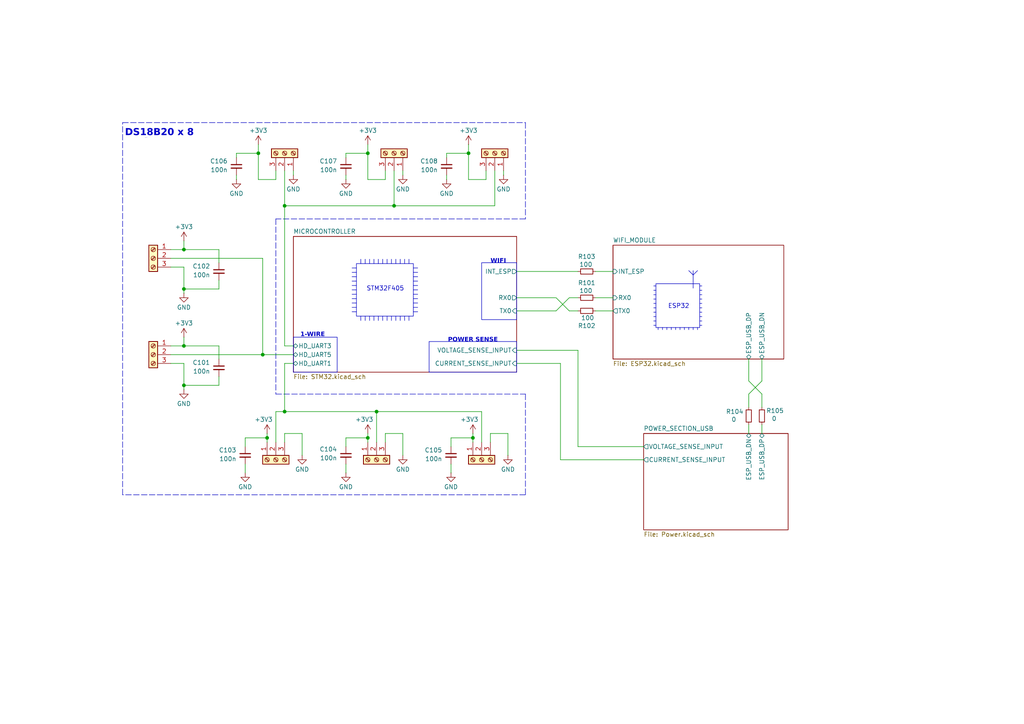
<source format=kicad_sch>
(kicad_sch (version 20231120) (generator "eeschema") (generator_version "8.0")
  (paper "A4")
  (lib_symbols
    (symbol "Connector:Screw_Terminal_01x03" (pin_names (offset 1.016) hide)
      (property "Reference" "J" (at 0 5.08 0))
      (property "Value" "Screw_Terminal_01x03" (at 0 -5.08 0))
      (symbol "Screw_Terminal_01x03_1_1"
        (rectangle (start -1.27 3.81) (end 1.27 -3.81) (stroke (width 0.254)) (fill (type background)))
        (circle (center 0 -2.54) (radius 0.635) (stroke (width 0.1524)))
        (polyline (pts (xy -0.5334 -2.2098) (xy 0.3302 -3.048)) (stroke (width 0.1524)))
        (polyline (pts (xy -0.5334 0.3302) (xy 0.3302 -0.508)) (stroke (width 0.1524)))
        (polyline (pts (xy -0.5334 2.8702) (xy 0.3302 2.032)) (stroke (width 0.1524)))
        (polyline (pts (xy -0.3556 -2.032) (xy 0.508 -2.8702)) (stroke (width 0.1524)))
        (polyline (pts (xy -0.3556 0.508) (xy 0.508 -0.3302)) (stroke (width 0.1524)))
        (polyline (pts (xy -0.3556 3.048) (xy 0.508 2.2098)) (stroke (width 0.1524)))
        (circle (center 0 0) (radius 0.635) (stroke (width 0.1524)))
        (circle (center 0 2.54) (radius 0.635) (stroke (width 0.1524)))
        (pin passive line (at -5.08 2.54 0) (length 3.81) (name "Pin_1") (number "1"))
        (pin passive line (at -5.08 0 0) (length 3.81) (name "Pin_2") (number "2"))
        (pin passive line (at -5.08 -2.54 0) (length 3.81) (name "Pin_3") (number "3"))
      )
    )
    (symbol "Device:C_Small" (pin_numbers hide) (pin_names (offset 0.254) hide)
      (property "Reference" "C" (at 0.254 1.778 0))
      (property "Value" "C_Small" (at 0.254 -2.032 0))
      (symbol "C_Small_0_1"
        (polyline (pts (xy -1.524 -0.508) (xy 1.524 -0.508)) (stroke (width 0.3302)))
        (polyline (pts (xy -1.524 0.508) (xy 1.524 0.508)) (stroke (width 0.3048)))
      )
      (symbol "C_Small_1_1"
        (pin passive line (at 0 2.54 270) (length 2.032) (name "~") (number "1"))
        (pin passive line (at 0 -2.54 90) (length 2.032) (name "~") (number "2"))
      )
    )
    (symbol "Device:R_Small" (pin_numbers hide) (pin_names (offset 0.254) hide)
      (property "Reference" "R" (at 0.762 0.508 0))
      (property "Value" "R_Small" (at 0.762 -1.016 0))
      (symbol "R_Small_0_1"
        (rectangle (start -0.762 1.778) (end 0.762 -1.778) (stroke (width 0.2032)))
      )
      (symbol "R_Small_1_1"
        (pin passive line (at 0 2.54 270) (length 0.762) (name "~") (number "1"))
        (pin passive line (at 0 -2.54 90) (length 0.762) (name "~") (number "2"))
      )
    )
    (symbol "power:+3V3" (power) (pin_numbers hide) (pin_names (offset 0) hide)
      (property "Value" "+3V3" (at 0 3.556 0))
      (symbol "+3V3_0_1"
        (polyline (pts (xy -0.762 1.27) (xy 0 2.54)))
        (polyline (pts (xy 0 0) (xy 0 2.54)))
        (polyline (pts (xy 0 2.54) (xy 0.762 1.27)))
      )
      (symbol "+3V3_1_1"
        (pin power_in line (at 0 0 90) (length 0) (name "~") (number "1"))
      )
    )
    (symbol "power:GND" (power) (pin_numbers hide) (pin_names (offset 0) hide)
      (property "Value" "GND" (at 0 -3.81 0))
      (symbol "GND_0_1"
        (polyline (pts (xy 0 0) (xy 0 -1.27) (xy 1.27 -1.27) (xy 0 -2.54) (xy -1.27 -1.27) (xy 0 -1.27)))
      )
      (symbol "GND_1_1"
        (pin power_in line (at 0 0 270) (length 0) (name "~") (number "1"))
      )
    )
  )
  (junction (at 74.93 44.45))
  (junction (at 53.34 100.33))
  (junction (at 106.68 44.45))
  (junction (at 82.55 59.69))
  (junction (at 137.16 127))
  (junction (at 82.55 119.38))
  (junction (at 77.47 127))
  (junction (at 114.3 59.69))
  (junction (at 53.34 72.39))
  (junction (at 76.2 102.87))
  (junction (at 106.68 127))
  (junction (at 53.34 83.82))
  (junction (at 53.34 111.76))
  (junction (at 135.89 44.45))
  (junction (at 109.22 119.38))
  (polyline (pts (xy 119.888 84.074) (xy 121.158 84.074)))
  (polyline (pts (xy 112.268 91.694) (xy 112.268 92.964)))
  (wire (pts (xy 100.33 134.62) (xy 100.33 137.16)))
  (wire (pts (xy 161.29 86.36) (xy 165.1 90.17)))
  (polyline (pts (xy 152.4 114.3) (xy 152.4 143.51)) (stroke (width 0) (type dash)))
  (wire (pts (xy 49.53 100.33) (xy 53.34 100.33)))
  (wire (pts (xy 106.68 44.45) (xy 106.68 52.07)))
  (wire (pts (xy 74.93 41.91) (xy 74.93 44.45)))
  (polyline (pts (xy 113.538 75.184) (xy 113.538 76.454)))
  (polyline (pts (xy 201.041 94.996) (xy 201.041 95.631)))
  (wire (pts (xy 217.17 118.11) (xy 217.17 114.3)))
  (wire (pts (xy 129.54 45.72) (xy 129.54 44.45)))
  (polyline (pts (xy 152.4 63.5) (xy 80.01 63.5)) (stroke (width 0) (type dash)))
  (polyline (pts (xy 189.611 94.361) (xy 190.246 94.361)))
  (polyline (pts (xy 119.888 89.154) (xy 121.158 89.154)))
  (polyline (pts (xy 202.946 88.011) (xy 203.581 88.011)))
  (wire (pts (xy 135.89 41.91) (xy 135.89 44.45)))
  (polyline (pts (xy 189.611 90.551) (xy 190.246 90.551)))
  (wire (pts (xy 53.34 105.41) (xy 53.34 111.76)))
  (wire (pts (xy 137.16 125.73) (xy 137.16 127)))
  (polyline (pts (xy 189.611 82.931) (xy 190.246 82.931)))
  (polyline (pts (xy 102.108 82.804) (xy 103.378 82.804)))
  (polyline (pts (xy 112.268 75.184) (xy 112.268 76.454)))
  (wire (pts (xy 220.98 118.11) (xy 220.98 114.3)))
  (polyline (pts (xy 35.56 35.56) (xy 152.4 35.56)) (stroke (width 0) (type dash)))
  (polyline (pts (xy 202.946 85.471) (xy 203.581 85.471)))
  (wire (pts (xy 217.17 114.3) (xy 220.98 110.49)))
  (wire (pts (xy 53.34 69.85) (xy 53.34 72.39)))
  (polyline (pts (xy 119.888 86.614) (xy 121.158 86.614)))
  (polyline (pts (xy 114.808 91.694) (xy 114.808 92.964)))
  (polyline (pts (xy 118.618 91.694) (xy 118.618 92.964)))
  (wire (pts (xy 137.16 127) (xy 137.16 128.27)))
  (wire (pts (xy 77.47 127) (xy 77.47 128.27)))
  (wire (pts (xy 114.3 49.53) (xy 114.3 59.69)))
  (polyline (pts (xy 202.946 89.281) (xy 203.581 89.281)))
  (wire (pts (xy 100.33 45.72) (xy 100.33 44.45)))
  (polyline (pts (xy 105.918 91.694) (xy 105.918 92.964)))
  (wire (pts (xy 71.12 127) (xy 77.47 127)))
  (wire (pts (xy 85.09 100.33) (xy 82.55 100.33)))
  (wire (pts (xy 135.89 44.45) (xy 135.89 52.07)))
  (wire (pts (xy 130.81 129.54) (xy 130.81 127)))
  (wire (pts (xy 111.76 125.73) (xy 116.84 125.73)))
  (wire (pts (xy 149.86 86.36) (xy 161.29 86.36)))
  (wire (pts (xy 82.55 128.27) (xy 82.55 125.73)))
  (wire (pts (xy 53.34 77.47) (xy 53.34 83.82)))
  (polyline (pts (xy 202.946 93.091) (xy 203.581 93.091)))
  (polyline (pts (xy 202.946 91.821) (xy 203.581 91.821)))
  (polyline (pts (xy 117.348 75.184) (xy 117.348 76.454)))
  (wire (pts (xy 106.68 41.91) (xy 106.68 44.45)))
  (wire (pts (xy 220.98 104.14) (xy 220.98 110.49)))
  (wire (pts (xy 49.53 72.39) (xy 53.34 72.39)))
  (polyline (pts (xy 189.611 86.741) (xy 190.246 86.741)))
  (wire (pts (xy 63.5 109.22) (xy 63.5 111.76)))
  (wire (pts (xy 82.55 59.69) (xy 82.55 49.53)))
  (polyline (pts (xy 152.4 143.51) (xy 35.56 143.51)) (stroke (width 0) (type dash)))
  (polyline (pts (xy 116.078 91.694) (xy 116.078 92.964)))
  (polyline (pts (xy 119.888 85.344) (xy 121.158 85.344)))
  (polyline (pts (xy 108.458 75.184) (xy 108.458 76.454)))
  (polyline (pts (xy 202.946 84.201) (xy 203.581 84.201)))
  (wire (pts (xy 49.53 105.41) (xy 53.34 105.41)))
  (wire (pts (xy 149.86 90.17) (xy 161.29 90.17)))
  (wire (pts (xy 129.54 50.8) (xy 129.54 52.07)))
  (polyline (pts (xy 107.188 91.694) (xy 107.188 92.964)))
  (wire (pts (xy 71.12 129.54) (xy 71.12 127)))
  (wire (pts (xy 63.5 72.39) (xy 53.34 72.39)))
  (polyline (pts (xy 197.231 94.996) (xy 197.231 95.631)))
  (polyline (pts (xy 201.041 79.756) (xy 202.311 78.486)))
  (wire (pts (xy 100.33 129.54) (xy 100.33 127)))
  (polyline (pts (xy 114.808 75.184) (xy 114.808 76.454)))
  (wire (pts (xy 80.01 49.53) (xy 80.01 52.07)))
  (wire (pts (xy 87.63 125.73) (xy 87.63 132.08)))
  (wire (pts (xy 63.5 111.76) (xy 53.34 111.76)))
  (polyline (pts (xy 116.078 75.184) (xy 116.078 76.454)))
  (polyline (pts (xy 119.888 87.884) (xy 121.158 87.884)))
  (wire (pts (xy 217.17 104.14) (xy 217.17 110.49)))
  (wire (pts (xy 111.76 52.07) (xy 106.68 52.07)))
  (polyline (pts (xy 104.648 91.694) (xy 104.648 92.964)))
  (wire (pts (xy 49.53 77.47) (xy 53.34 77.47)))
  (wire (pts (xy 80.01 119.38) (xy 82.55 119.38)))
  (wire (pts (xy 82.55 105.41) (xy 82.55 119.38)))
  (polyline (pts (xy 102.108 78.994) (xy 103.378 78.994)))
  (polyline (pts (xy 201.041 79.756) (xy 201.041 83.566)))
  (polyline (pts (xy 202.946 86.741) (xy 203.581 86.741)))
  (polyline (pts (xy 119.888 81.534) (xy 121.158 81.534)))
  (polyline (pts (xy 108.458 91.694) (xy 108.458 92.964)))
  (polyline (pts (xy 102.108 89.154) (xy 103.378 89.154)))
  (polyline (pts (xy 80.01 63.5) (xy 80.01 114.3)) (stroke (width 0) (type dash)))
  (wire (pts (xy 217.17 125.73) (xy 217.17 123.19)))
  (polyline (pts (xy 102.108 84.074) (xy 103.378 84.074)))
  (wire (pts (xy 85.09 105.41) (xy 82.55 105.41)))
  (polyline (pts (xy 118.618 75.184) (xy 118.618 76.454)))
  (polyline (pts (xy 189.611 88.011) (xy 190.246 88.011)))
  (wire (pts (xy 130.81 134.62) (xy 130.81 137.16)))
  (polyline (pts (xy 109.728 75.184) (xy 109.728 76.454)))
  (polyline (pts (xy 80.01 114.3) (xy 152.4 114.3)) (stroke (width 0) (type dash)))
  (wire (pts (xy 165.1 90.17) (xy 167.64 90.17)))
  (wire (pts (xy 100.33 127) (xy 106.68 127)))
  (wire (pts (xy 71.12 134.62) (xy 71.12 137.16)))
  (polyline (pts (xy 110.998 75.184) (xy 110.998 76.454)))
  (polyline (pts (xy 152.4 35.56) (xy 152.4 63.5)) (stroke (width 0) (type dash)))
  (polyline (pts (xy 102.108 90.424) (xy 103.378 90.424)))
  (wire (pts (xy 146.05 49.53) (xy 146.05 50.8)))
  (wire (pts (xy 82.55 125.73) (xy 87.63 125.73)))
  (polyline (pts (xy 189.611 93.091) (xy 190.246 93.091)))
  (wire (pts (xy 63.5 83.82) (xy 53.34 83.82)))
  (polyline (pts (xy 102.108 81.534) (xy 103.378 81.534)))
  (polyline (pts (xy 102.108 87.884) (xy 103.378 87.884)))
  (wire (pts (xy 82.55 100.33) (xy 82.55 59.69)))
  (polyline (pts (xy 105.918 75.184) (xy 105.918 76.454)))
  (polyline (pts (xy 202.311 94.996) (xy 202.311 95.631)))
  (polyline (pts (xy 194.691 94.996) (xy 194.691 95.631)))
  (wire (pts (xy 114.3 59.69) (xy 143.51 59.69)))
  (wire (pts (xy 165.1 86.36) (xy 167.64 86.36)))
  (polyline (pts (xy 35.56 143.51) (xy 35.56 35.56)) (stroke (width 0) (type dash)))
  (polyline (pts (xy 189.611 91.821) (xy 190.246 91.821)))
  (wire (pts (xy 100.33 44.45) (xy 106.68 44.45)))
  (wire (pts (xy 63.5 104.14) (xy 63.5 100.33)))
  (polyline (pts (xy 102.108 80.264) (xy 103.378 80.264)))
  (wire (pts (xy 130.81 127) (xy 137.16 127)))
  (wire (pts (xy 82.55 59.69) (xy 114.3 59.69)))
  (wire (pts (xy 143.51 49.53) (xy 143.51 59.69)))
  (polyline (pts (xy 202.946 90.551) (xy 203.581 90.551)))
  (wire (pts (xy 149.86 101.6) (xy 167.64 101.6)))
  (wire (pts (xy 149.86 78.74) (xy 167.64 78.74)))
  (wire (pts (xy 49.53 74.93) (xy 76.2 74.93)))
  (wire (pts (xy 167.64 101.6) (xy 167.64 129.54)))
  (polyline (pts (xy 192.151 94.996) (xy 192.151 95.631)))
  (wire (pts (xy 100.33 50.8) (xy 100.33 52.07)))
  (polyline (pts (xy 195.961 94.996) (xy 195.961 95.631)))
  (wire (pts (xy 76.2 74.93) (xy 76.2 102.87)))
  (wire (pts (xy 68.58 50.8) (xy 68.58 52.07)))
  (wire (pts (xy 68.58 45.72) (xy 68.58 44.45)))
  (wire (pts (xy 147.32 125.73) (xy 147.32 132.08)))
  (wire (pts (xy 49.53 102.87) (xy 76.2 102.87)))
  (wire (pts (xy 116.84 125.73) (xy 116.84 132.08)))
  (wire (pts (xy 74.93 44.45) (xy 74.93 52.07)))
  (wire (pts (xy 220.98 125.73) (xy 220.98 123.19)))
  (wire (pts (xy 162.56 133.35) (xy 162.56 105.41)))
  (wire (pts (xy 167.64 129.54) (xy 186.69 129.54)))
  (polyline (pts (xy 198.501 94.996) (xy 198.501 95.631)))
  (wire (pts (xy 80.01 52.07) (xy 74.93 52.07)))
  (wire (pts (xy 142.24 125.73) (xy 147.32 125.73)))
  (wire (pts (xy 172.72 86.36) (xy 177.8 86.36)))
  (wire (pts (xy 162.56 105.41) (xy 149.86 105.41)))
  (wire (pts (xy 186.69 133.35) (xy 162.56 133.35)))
  (polyline (pts (xy 119.888 80.264) (xy 121.158 80.264)))
  (polyline (pts (xy 102.108 77.724) (xy 103.378 77.724)))
  (wire (pts (xy 109.22 128.27) (xy 109.22 119.38)))
  (polyline (pts (xy 110.998 91.694) (xy 110.998 92.964)))
  (polyline (pts (xy 119.888 78.994) (xy 121.158 78.994)))
  (wire (pts (xy 116.84 49.53) (xy 116.84 50.8)))
  (polyline (pts (xy 202.946 82.931) (xy 203.581 82.931)))
  (polyline (pts (xy 119.888 82.804) (xy 121.158 82.804)))
  (wire (pts (xy 53.34 97.79) (xy 53.34 100.33)))
  (wire (pts (xy 68.58 44.45) (xy 74.93 44.45)))
  (wire (pts (xy 77.47 125.73) (xy 77.47 127)))
  (polyline (pts (xy 202.946 94.361) (xy 203.581 94.361)))
  (wire (pts (xy 63.5 100.33) (xy 53.34 100.33)))
  (polyline (pts (xy 119.888 77.724) (xy 121.158 77.724)))
  (wire (pts (xy 76.2 102.87) (xy 85.09 102.87)))
  (wire (pts (xy 140.97 52.07) (xy 135.89 52.07)))
  (polyline (pts (xy 113.538 91.694) (xy 113.538 92.964)))
  (polyline (pts (xy 102.108 85.344) (xy 103.378 85.344)))
  (wire (pts (xy 106.68 127) (xy 106.68 128.27)))
  (wire (pts (xy 142.24 128.27) (xy 142.24 125.73)))
  (wire (pts (xy 53.34 85.09) (xy 53.34 83.82)))
  (wire (pts (xy 63.5 76.2) (xy 63.5 72.39)))
  (wire (pts (xy 82.55 119.38) (xy 109.22 119.38)))
  (polyline (pts (xy 104.648 75.184) (xy 104.648 76.454)))
  (polyline (pts (xy 107.188 75.184) (xy 107.188 76.454)))
  (wire (pts (xy 165.1 86.36) (xy 161.29 90.17)))
  (wire (pts (xy 106.68 125.73) (xy 106.68 127)))
  (wire (pts (xy 172.72 78.74) (xy 177.8 78.74)))
  (wire (pts (xy 109.22 119.38) (xy 139.7 119.38)))
  (polyline (pts (xy 109.728 91.694) (xy 109.728 92.964)))
  (polyline (pts (xy 189.611 84.201) (xy 190.246 84.201)))
  (polyline (pts (xy 199.771 94.996) (xy 199.771 95.631)))
  (wire (pts (xy 63.5 81.28) (xy 63.5 83.82)))
  (wire (pts (xy 140.97 49.53) (xy 140.97 52.07)))
  (wire (pts (xy 80.01 128.27) (xy 80.01 119.38)))
  (wire (pts (xy 85.09 49.53) (xy 85.09 50.8)))
  (polyline (pts (xy 193.421 94.996) (xy 193.421 95.631)))
  (polyline (pts (xy 189.611 85.471) (xy 190.246 85.471)))
  (wire (pts (xy 220.98 114.3) (xy 217.17 110.49)))
  (polyline (pts (xy 119.888 90.424) (xy 121.158 90.424)))
  (polyline (pts (xy 201.041 78.486) (xy 201.041 79.756)))
  (polyline (pts (xy 189.611 89.281) (xy 190.246 89.281)))
  (polyline (pts (xy 102.108 86.614) (xy 103.378 86.614)))
  (polyline (pts (xy 190.881 94.996) (xy 190.881 95.631)))
  (wire (pts (xy 129.54 44.45) (xy 135.89 44.45)))
  (wire (pts (xy 53.34 111.76) (xy 53.34 113.03)))
  (wire (pts (xy 172.72 90.17) (xy 177.8 90.17)))
  (polyline (pts (xy 199.771 78.486) (xy 201.041 79.756)))
  (polyline (pts (xy 117.348 91.694) (xy 117.348 92.964)))
  (wire (pts (xy 111.76 49.53) (xy 111.76 52.07)))
  (wire (pts (xy 111.76 128.27) (xy 111.76 125.73)))
  (wire (pts (xy 139.7 119.38) (xy 139.7 128.27)))
  (rectangle (start 139.7 76.2) (end 149.86 92.71))
  (rectangle (start 85.09 97.79) (end 97.79 107.95))
  (rectangle (start 124.46 99.06) (end 149.86 107.95))
  (rectangle (start 103.378 76.454) (end 119.888 91.694))
  (rectangle (start 190.246 82.296) (end 202.946 94.996))
  (text "1-WIRE" (at 90.678 97.536 0) (effects (font (size 1.27 1.27) (thickness 0.254) (bold yes))))
  (text "WIFI" (at 144.526 76.2 0) (effects (font (size 1.27 1.27) (thickness 0.254) (bold yes))))
  (text "DS18B20 x 8" (at 42.418 40.132 0) (effects (font (size 0.0762 0.0762))))
  (text "STM32F405" (at 111.76 83.82 0) (effects (font (size 1.27 1.27))))
  (text "DS18B20 x 8" (at 46.228 39.116 0) (effects (font (size 2 2))))
  (text "ESP32" (at 196.85 88.9 0) (effects (font (size 1.27 1.27))))
  (text "POWER SENSE" (at 137.16 99.06 0) (effects (font (size 1.27 1.27) (thickness 0.254) (bold yes))))
  (symbol (lib_id "Device:R_Small") (at 220.98 120.65 180) (unit 1)
    (property "Reference" "R105" (at 224.79 119.126 0))
    (property "Value" "0" (at 224.536 121.412 0))
    (property "Description" "Resistor, small symbol" (effects (hide yes)))
  )
  (symbol (lib_id "Device:C_Small") (at 100.33 132.08 0) (unit 1)
    (property "Reference" "C104" (at 97.79 130.302 0) (effects (justify right)))
    (property "Value" "100n" (at 97.79 132.842 0) (effects (justify right)))
    (property "Footprint" "Capacitor_SMD:C_0402_1005Metric" (effects (hide yes)))
    (property "LCSC Part #" "C307331" (effects (hide yes)))
    (property "JLCPCB Part #" "C307331" (effects (hide yes)))
  )
  (symbol (lib_id "Connector:Screw_Terminal_01x03") (at 143.51 44.45 270) (mirror x) (unit 1)
    (property "Reference" "J103" (effects (hide yes)))
    (property "Value" "Screw_Terminal_01x03" (effects (hide yes)))
    (property "Description" "Generic screw terminal, single row, 01x03, script generated (kicad-library-utils/schlib/autogen/connector/)" (effects (hide yes)))
  )
  (symbol (lib_id "Device:C_Small") (at 100.33 48.26 0) (unit 1)
    (property "Reference" "C107" (at 97.79 46.736 0) (effects (justify right)))
    (property "Value" "100n" (at 97.79 49.276 0) (effects (justify right)))
    (property "Footprint" "Capacitor_SMD:C_0402_1005Metric" (effects (hide yes)))
    (property "LCSC Part #" "C307331" (effects (hide yes)))
    (property "JLCPCB Part #" "C307331" (effects (hide yes)))
  )
  (symbol (lib_id "Device:R_Small") (at 170.18 86.36 270) (unit 1)
    (property "Reference" "R101" (at 170.18 82.042 90))
    (property "Value" "100" (at 169.926 84.328 90))
    (property "Description" "Resistor, small symbol" (effects (hide yes)))
  )
  (symbol (lib_id "Device:C_Small") (at 63.5 78.74 0) (unit 1)
    (property "Reference" "C102" (at 60.96 77.216 0) (effects (justify right)))
    (property "Value" "100n" (at 60.96 79.756 0) (effects (justify right)))
    (property "Footprint" "Capacitor_SMD:C_0402_1005Metric" (effects (hide yes)))
    (property "LCSC Part #" "C307331" (effects (hide yes)))
    (property "JLCPCB Part #" "C307331" (effects (hide yes)))
  )
  (symbol (lib_id "power:GND") (at 147.32 132.08 0) (unit 1)
    (property "Reference" "#PWR0107" (effects (hide yes)))
    (property "Value" "GND" (at 147.32 136.144 0))
    (property "Description" "Power symbol creates a global label with name \"GND\" , ground" (effects (hide yes)))
  )
  (symbol (lib_id "power:GND") (at 68.58 52.07 0) (unit 1)
    (property "Reference" "#PWR0120" (effects (hide yes)))
    (property "Value" "GND" (at 68.58 56.134 0))
    (property "Description" "Power symbol creates a global label with name \"GND\" , ground" (effects (hide yes)))
  )
  (symbol (lib_id "power:+3V3") (at 77.47 125.73 0) (unit 1)
    (property "Reference" "#PWR0108" (effects (hide yes)))
    (property "Value" "+3V3" (at 76.454 121.666 0))
    (property "Description" "Power symbol creates a global label with name \"+3V3\"" (effects (hide yes)))
  )
  (symbol (lib_id "power:GND") (at 71.12 137.16 0) (unit 1)
    (property "Reference" "#PWR0111" (effects (hide yes)))
    (property "Value" "GND" (at 71.12 141.224 0))
    (property "Description" "Power symbol creates a global label with name \"GND\" , ground" (effects (hide yes)))
  )
  (symbol (lib_id "Connector:Screw_Terminal_01x03") (at 80.01 133.35 90) (mirror x) (unit 1)
    (property "Reference" "J104" (effects (hide yes)))
    (property "Value" "Screw_Terminal_01x03" (effects (hide yes)))
    (property "Description" "Generic screw terminal, single row, 01x03, script generated (kicad-library-utils/schlib/autogen/connector/)" (effects (hide yes)))
  )
  (symbol (lib_id "power:+3V3") (at 106.68 125.73 0) (unit 1)
    (property "Reference" "#PWR0109" (effects (hide yes)))
    (property "Value" "+3V3" (at 105.664 121.666 0))
    (property "Description" "Power symbol creates a global label with name \"+3V3\"" (effects (hide yes)))
  )
  (symbol (lib_id "power:+3V3") (at 74.93 41.91 0) (unit 1)
    (property "Reference" "#PWR0117" (effects (hide yes)))
    (property "Value" "+3V3" (at 74.93 37.846 0))
    (property "Description" "Power symbol creates a global label with name \"+3V3\"" (effects (hide yes)))
  )
  (symbol (lib_id "Device:C_Small") (at 130.81 132.08 0) (unit 1)
    (property "Reference" "C105" (at 128.27 130.556 0) (effects (justify right)))
    (property "Value" "100n" (at 128.27 133.096 0) (effects (justify right)))
    (property "Footprint" "Capacitor_SMD:C_0402_1005Metric" (effects (hide yes)))
    (property "LCSC Part #" "C307331" (effects (hide yes)))
    (property "JLCPCB Part #" "C307331" (effects (hide yes)))
  )
  (symbol (lib_id "Device:R_Small") (at 170.18 78.74 270) (unit 1)
    (property "Reference" "R103" (at 170.18 74.422 90))
    (property "Value" "100" (at 169.926 76.708 90))
    (property "Description" "Resistor, small symbol" (effects (hide yes)))
  )
  (symbol (lib_id "Connector:Screw_Terminal_01x03") (at 44.45 74.93 0) (mirror y) (unit 1)
    (property "Reference" "J101" (effects (hide yes)))
    (property "Value" "Screw_Terminal_01x03" (effects (hide yes)))
    (property "Description" "Generic screw terminal, single row, 01x03, script generated (kicad-library-utils/schlib/autogen/connector/)" (effects (hide yes)))
  )
  (symbol (lib_id "power:GND") (at 129.54 52.07 0) (unit 1)
    (property "Reference" "#PWR0122" (effects (hide yes)))
    (property "Value" "GND" (at 129.54 56.134 0))
    (property "Description" "Power symbol creates a global label with name \"GND\" , ground" (effects (hide yes)))
  )
  (symbol (lib_id "power:GND") (at 87.63 132.08 0) (unit 1)
    (property "Reference" "#PWR0105" (effects (hide yes)))
    (property "Value" "GND" (at 87.63 136.144 0))
    (property "Description" "Power symbol creates a global label with name \"GND\" , ground" (effects (hide yes)))
  )
  (symbol (lib_id "Connector:Screw_Terminal_01x03") (at 44.45 102.87 0) (mirror y) (unit 1)
    (property "Reference" "J102" (effects (hide yes)))
    (property "Value" "Screw_Terminal_01x03" (effects (hide yes)))
    (property "Description" "Generic screw terminal, single row, 01x03, script generated (kicad-library-utils/schlib/autogen/connector/)" (effects (hide yes)))
  )
  (symbol (lib_id "power:+3V3") (at 137.16 125.73 0) (unit 1)
    (property "Reference" "#PWR0110" (effects (hide yes)))
    (property "Value" "+3V3" (at 136.144 121.666 0))
    (property "Description" "Power symbol creates a global label with name \"+3V3\"" (effects (hide yes)))
  )
  (symbol (lib_id "power:+3V3") (at 135.89 41.91 0) (unit 1)
    (property "Reference" "#PWR0119" (effects (hide yes)))
    (property "Value" "+3V3" (at 135.89 37.846 0))
    (property "Description" "Power symbol creates a global label with name \"+3V3\"" (effects (hide yes)))
  )
  (symbol (lib_id "power:GND") (at 85.09 50.8 0) (unit 1)
    (property "Reference" "#PWR0114" (effects (hide yes)))
    (property "Value" "GND" (at 85.09 54.864 0))
    (property "Description" "Power symbol creates a global label with name \"GND\" , ground" (effects (hide yes)))
  )
  (symbol (lib_id "Connector:Screw_Terminal_01x03") (at 109.22 133.35 90) (mirror x) (unit 1)
    (property "Reference" "J108" (effects (hide yes)))
    (property "Value" "Screw_Terminal_01x03" (effects (hide yes)))
    (property "Description" "Generic screw terminal, single row, 01x03, script generated (kicad-library-utils/schlib/autogen/connector/)" (effects (hide yes)))
  )
  (symbol (lib_id "Connector:Screw_Terminal_01x03") (at 114.3 44.45 270) (mirror x) (unit 1)
    (property "Reference" "J105" (effects (hide yes)))
    (property "Value" "Screw_Terminal_01x03" (effects (hide yes)))
    (property "Description" "Generic screw terminal, single row, 01x03, script generated (kicad-library-utils/schlib/autogen/connector/)" (effects (hide yes)))
  )
  (symbol (lib_id "power:GND") (at 53.34 85.09 0) (unit 1)
    (property "Reference" "#PWR0102" (effects (hide yes)))
    (property "Value" "GND" (at 53.34 89.154 0))
    (property "Description" "Power symbol creates a global label with name \"GND\" , ground" (effects (hide yes)))
  )
  (symbol (lib_id "power:GND") (at 130.81 137.16 0) (unit 1)
    (property "Reference" "#PWR0113" (effects (hide yes)))
    (property "Value" "GND" (at 130.81 141.224 0))
    (property "Description" "Power symbol creates a global label with name \"GND\" , ground" (effects (hide yes)))
  )
  (symbol (lib_id "power:GND") (at 100.33 52.07 0) (unit 1)
    (property "Reference" "#PWR0121" (effects (hide yes)))
    (property "Value" "GND" (at 100.33 56.134 0))
    (property "Description" "Power symbol creates a global label with name \"GND\" , ground" (effects (hide yes)))
  )
  (symbol (lib_id "Device:R_Small") (at 170.18 90.17 90) (unit 1)
    (property "Reference" "R102" (at 170.18 94.488 90))
    (property "Value" "100" (at 170.434 92.202 90))
    (property "Description" "Resistor, small symbol" (effects (hide yes)))
  )
  (symbol (lib_id "Device:C_Small") (at 71.12 132.08 0) (unit 1)
    (property "Reference" "C103" (at 68.58 130.556 0) (effects (justify right)))
    (property "Value" "100n" (at 68.58 133.096 0) (effects (justify right)))
    (property "Footprint" "Capacitor_SMD:C_0402_1005Metric" (effects (hide yes)))
    (property "LCSC Part #" "C307331" (effects (hide yes)))
    (property "JLCPCB Part #" "C307331" (effects (hide yes)))
  )
  (symbol (lib_id "Device:C_Small") (at 68.58 48.26 0) (unit 1)
    (property "Reference" "C106" (at 66.04 46.736 0) (effects (justify right)))
    (property "Value" "100n" (at 66.04 49.276 0) (effects (justify right)))
    (property "Footprint" "Capacitor_SMD:C_0402_1005Metric" (effects (hide yes)))
    (property "LCSC Part #" "C307331" (effects (hide yes)))
    (property "JLCPCB Part #" "C307331" (effects (hide yes)))
  )
  (symbol (lib_id "power:GND") (at 146.05 50.8 0) (unit 1)
    (property "Reference" "#PWR0116" (effects (hide yes)))
    (property "Value" "GND" (at 146.05 54.864 0))
    (property "Description" "Power symbol creates a global label with name \"GND\" , ground" (effects (hide yes)))
  )
  (symbol (lib_id "Connector:Screw_Terminal_01x03") (at 82.55 44.45 270) (mirror x) (unit 1)
    (property "Reference" "J107" (effects (hide yes)))
    (property "Value" "Screw_Terminal_01x03" (effects (hide yes)))
    (property "Description" "Generic screw terminal, single row, 01x03, script generated (kicad-library-utils/schlib/autogen/connector/)" (effects (hide yes)))
  )
  (symbol (lib_id "power:+3V3") (at 53.34 97.79 0) (unit 1)
    (property "Reference" "#PWR0103" (effects (hide yes)))
    (property "Value" "+3V3" (at 53.34 93.726 0))
    (property "Description" "Power symbol creates a global label with name \"+3V3\"" (effects (hide yes)))
  )
  (symbol (lib_id "power:GND") (at 53.34 113.03 0) (unit 1)
    (property "Reference" "#PWR0101" (effects (hide yes)))
    (property "Value" "GND" (at 53.34 117.094 0))
    (property "Description" "Power symbol creates a global label with name \"GND\" , ground" (effects (hide yes)))
  )
  (symbol (lib_id "Device:R_Small") (at 217.17 120.65 0) (unit 1)
    (property "Reference" "R104" (at 213.106 119.38 0))
    (property "Value" "0" (at 212.852 121.666 0))
    (property "Description" "Resistor, small symbol" (effects (hide yes)))
  )
  (symbol (lib_id "Device:C_Small") (at 63.5 106.68 0) (unit 1)
    (property "Reference" "C101" (at 60.96 105.156 0) (effects (justify right)))
    (property "Value" "100n" (at 60.96 107.696 0) (effects (justify right)))
    (property "Footprint" "Capacitor_SMD:C_0402_1005Metric" (effects (hide yes)))
    (property "LCSC Part #" "C307331" (effects (hide yes)))
    (property "JLCPCB Part #" "C307331" (effects (hide yes)))
  )
  (symbol (lib_id "power:+3V3") (at 53.34 69.85 0) (unit 1)
    (property "Reference" "#PWR0104" (effects (hide yes)))
    (property "Value" "+3V3" (at 53.34 65.786 0))
    (property "Description" "Power symbol creates a global label with name \"+3V3\"" (effects (hide yes)))
  )
  (symbol (lib_id "power:GND") (at 116.84 50.8 0) (unit 1)
    (property "Reference" "#PWR0115" (effects (hide yes)))
    (property "Value" "GND" (at 116.84 54.864 0))
    (property "Description" "Power symbol creates a global label with name \"GND\" , ground" (effects (hide yes)))
  )
  (symbol (lib_id "Device:C_Small") (at 129.54 48.26 0) (unit 1)
    (property "Reference" "C108" (at 127 46.736 0) (effects (justify right)))
    (property "Value" "100n" (at 127 49.276 0) (effects (justify right)))
    (property "Footprint" "Capacitor_SMD:C_0402_1005Metric" (effects (hide yes)))
    (property "LCSC Part #" "C307331" (effects (hide yes)))
    (property "JLCPCB Part #" "C307331" (effects (hide yes)))
  )
  (symbol (lib_id "power:GND") (at 100.33 137.16 0) (unit 1)
    (property "Reference" "#PWR0112" (effects (hide yes)))
    (property "Value" "GND" (at 100.33 141.224 0))
    (property "Description" "Power symbol creates a global label with name \"GND\" , ground" (effects (hide yes)))
  )
  (symbol (lib_id "Connector:Screw_Terminal_01x03") (at 139.7 133.35 90) (mirror x) (unit 1)
    (property "Reference" "J106" (effects (hide yes)))
    (property "Value" "Screw_Terminal_01x03" (effects (hide yes)))
    (property "Description" "Generic screw terminal, single row, 01x03, script generated (kicad-library-utils/schlib/autogen/connector/)" (effects (hide yes)))
  )
  (symbol (lib_id "power:+3V3") (at 106.68 41.91 0) (unit 1)
    (property "Reference" "#PWR0118" (effects (hide yes)))
    (property "Value" "+3V3" (at 106.68 37.846 0))
    (property "Description" "Power symbol creates a global label with name \"+3V3\"" (effects (hide yes)))
  )
  (symbol (lib_id "power:GND") (at 116.84 132.08 0) (unit 1)
    (property "Reference" "#PWR0106" (effects (hide yes)))
    (property "Value" "GND" (at 116.84 136.144 0))
    (property "Description" "Power symbol creates a global label with name \"GND\" , ground" (effects (hide yes)))
  )
  (sheet (at 186.69 125.73) (size 41.91 27.94) (stroke (width 0.1524))
    (property "Sheetname" "POWER_SECTION_USB" (at 186.69 125.0184 0) (effects (justify left bottom)))
    (property "Sheetfile" "Power.kicad_sch" (at 186.69 154.2546 0) (effects (justify left top)))
    (pin "ESP_USB_DP" bidirectional (at 220.98 125.73 90))
    (pin "ESP_USB_DN" bidirectional (at 217.17 125.73 90))
    (pin "CURRENT_SENSE_INPUT" output (at 186.69 133.35 180))
    (pin "VOLTAGE_SENSE_INPUT" output (at 186.69 129.54 180))
  )
  (sheet (at 177.8 71.12) (size 49.53 33.02) (stroke (width 0.1524))
    (property "Sheetname" "WIFI_MODULE" (at 177.8 70.4084 0) (effects (justify left bottom)))
    (property "Sheetfile" "ESP32.kicad_sch" (at 177.8 104.7246 0) (effects (justify left top)))
    (pin "TX0" output (at 177.8 90.17 180))
    (pin "RX0" input (at 177.8 86.36 180))
    (pin "INT_ESP" input (at 177.8 78.74 180))
    (pin "ESP_USB_DP" bidirectional (at 217.17 104.14 270))
    (pin "ESP_USB_DN" bidirectional (at 220.98 104.14 270))
  )
  (sheet (at 85.09 68.58) (size 64.77 39.37) (stroke (width 0.1524))
    (property "Sheetname" "MICROCONTROLLER" (at 85.09 67.8684 0) (effects (justify left bottom)))
    (property "Sheetfile" "STM32.kicad_sch" (at 85.09 108.5346 0) (effects (justify left top)))
    (pin "HD_UART5" bidirectional (at 85.09 102.87 180))
    (pin "HD_UART1" bidirectional (at 85.09 105.41 180))
    (pin "HD_UART3" bidirectional (at 85.09 100.33 180))
    (pin "TX0" input (at 149.86 90.17 0))
    (pin "RX0" output (at 149.86 86.36 0))
    (pin "INT_ESP" output (at 149.86 78.74 0))
    (pin "CURRENT_SENSE_INPUT" input (at 149.86 105.41 0))
    (pin "VOLTAGE_SENSE_INPUT" input (at 149.86 101.6 0))
  )
)
</source>
